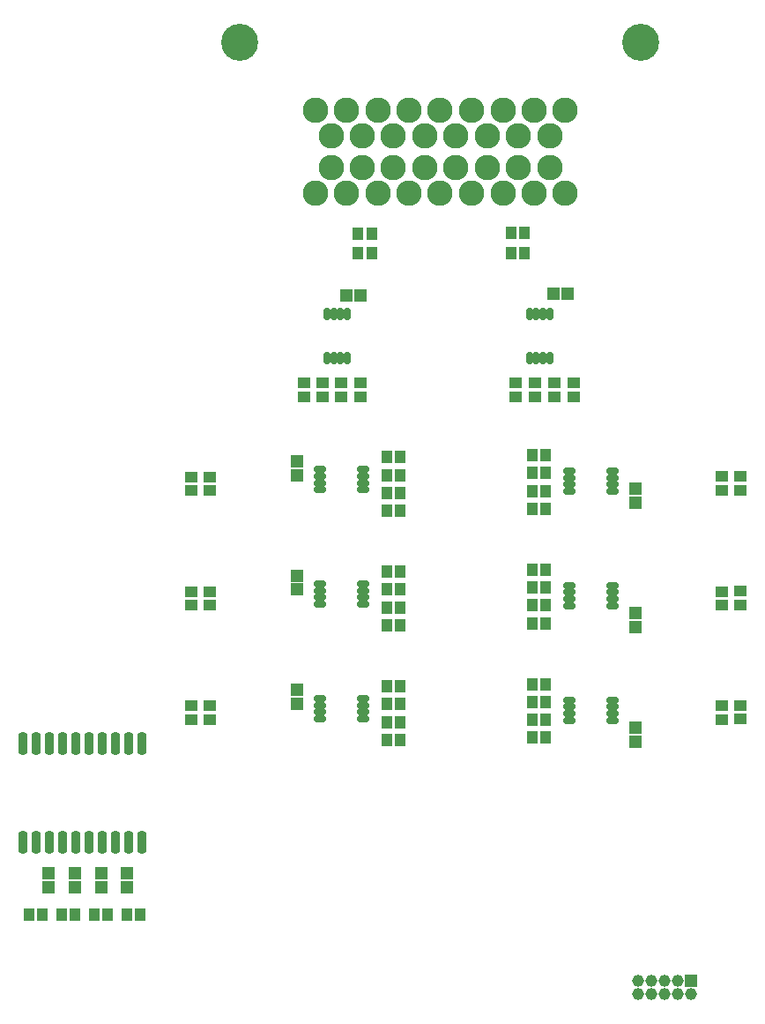
<source format=gbs>
%FSLAX23Y23*%
%MOIN*%
%SFA1B1*%

%IPPOS*%
%AMD32*
4,1,8,-0.005900,-0.042400,0.005900,-0.042400,0.016800,-0.031500,0.016800,0.031500,0.005900,0.042400,-0.005900,0.042400,-0.016800,0.031500,-0.016800,-0.031500,-0.005900,-0.042400,0.0*
1,1,0.021820,-0.005900,-0.031500*
1,1,0.021820,0.005900,-0.031500*
1,1,0.021820,0.005900,0.031500*
1,1,0.021820,-0.005900,0.031500*
%
%AMD65*
4,1,8,-0.022500,0.004100,-0.022500,-0.004100,-0.013400,-0.013300,0.013400,-0.013300,0.022500,-0.004100,0.022500,0.004100,0.013400,0.013300,-0.013400,0.013300,-0.022500,0.004100,0.0*
1,1,0.018260,-0.013400,0.004100*
1,1,0.018260,-0.013400,-0.004100*
1,1,0.018260,0.013400,-0.004100*
1,1,0.018260,0.013400,0.004100*
%
%AMD66*
4,1,8,-0.004100,-0.022500,0.004100,-0.022500,0.013300,-0.013400,0.013300,0.013400,0.004100,0.022500,-0.004100,0.022500,-0.013300,0.013400,-0.013300,-0.013400,-0.004100,-0.022500,0.0*
1,1,0.018260,-0.004100,-0.013400*
1,1,0.018260,0.004100,-0.013400*
1,1,0.018260,0.004100,0.013400*
1,1,0.018260,-0.004100,0.013400*
%
G04~CAMADD=32~8~0.0~0.0~336.2~848.0~109.1~0.0~15~0.0~0.0~0.0~0.0~0~0.0~0.0~0.0~0.0~0~0.0~0.0~0.0~180.0~336.0~848.0*
%ADD32D32*%
%ADD36R,0.047400X0.043470*%
%ADD37R,0.049370X0.045430*%
%ADD38R,0.045430X0.049370*%
%ADD39R,0.043470X0.047400*%
%ADD49C,0.139920*%
%ADD50C,0.096610*%
%ADD51C,0.045430*%
%ADD52R,0.045430X0.045430*%
G04~CAMADD=65~8~0.0~0.0~265.3~450.0~91.3~0.0~15~0.0~0.0~0.0~0.0~0~0.0~0.0~0.0~0.0~0~0.0~0.0~0.0~90.0~450.0~266.0*
%ADD65D65*%
G04~CAMADD=66~8~0.0~0.0~265.3~450.0~91.3~0.0~15~0.0~0.0~0.0~0.0~0~0.0~0.0~0.0~0.0~0~0.0~0.0~0.0~180.0~266.0~450.0*
%ADD66D66*%
%LNrev1_0-1*%
%LPD*%
G54D32*
X819Y735D03*
X769D03*
X719D03*
X669D03*
X619D03*
X569D03*
X519D03*
X469D03*
X419D03*
X369D03*
X819Y1109D03*
X769D03*
X719D03*
X669D03*
X619D03*
X569D03*
X519D03*
X469D03*
X419D03*
X369D03*
G54D36*
X3013Y1251D03*
Y1200D03*
X3084Y1201D03*
Y1252D03*
Y1634D03*
Y1685D03*
X3013Y1684D03*
Y1633D03*
Y2118D03*
Y2066D03*
X3084Y2067D03*
Y2118D03*
X2232Y2471D03*
Y2420D03*
X2306D03*
Y2471D03*
X2379D03*
Y2420D03*
X2453D03*
Y2471D03*
X1574Y2420D03*
Y2471D03*
X1503D03*
Y2420D03*
X1645Y2471D03*
Y2420D03*
X1076Y2066D03*
Y2117D03*
X1005Y2117D03*
Y2066D03*
Y1684D03*
Y1633D03*
X1076Y1633D03*
Y1684D03*
X1005Y1251D03*
Y1200D03*
X1076Y1251D03*
Y1200D03*
X1432Y2471D03*
Y2420D03*
G54D37*
X2687Y1168D03*
Y1115D03*
Y1601D03*
Y1548D03*
X1405Y2124D03*
Y2177D03*
Y1691D03*
Y1744D03*
Y1258D03*
Y1311D03*
X468Y620D03*
Y567D03*
X567Y620D03*
Y567D03*
X665Y620D03*
Y567D03*
X763Y620D03*
Y567D03*
X2687Y2019D03*
Y2072D03*
G54D38*
X2376Y2809D03*
X2429D03*
X1593Y2802D03*
X1646D03*
G54D39*
X2347Y1333D03*
X2296D03*
Y1266D03*
X2347D03*
Y1198D03*
X2296D03*
Y1131D03*
X2347D03*
Y1766D03*
X2296D03*
Y1699D03*
X2347D03*
Y1631D03*
X2296D03*
Y1564D03*
X2347D03*
X2296Y1997D03*
X2347D03*
Y2064D03*
X2296D03*
Y2132D03*
X2347D03*
Y2199D03*
X2296D03*
X2266Y3040D03*
X2215D03*
Y2962D03*
X2266D03*
X1689Y3035D03*
X1638D03*
X1638Y2963D03*
X1689D03*
X1746Y1989D03*
X1797D03*
Y2057D03*
X1746D03*
Y2124D03*
X1797D03*
Y2192D03*
X1746D03*
X1797Y1759D03*
X1746D03*
Y1691D03*
X1797D03*
Y1624D03*
X1746D03*
Y1556D03*
X1797D03*
X1746Y1123D03*
X1797D03*
Y1190D03*
X1746D03*
X1797Y1326D03*
X1746D03*
Y1258D03*
X1797D03*
X392Y463D03*
X444D03*
X516D03*
X567D03*
X639D03*
X690D03*
X762D03*
X813D03*
G54D49*
X1190Y3759D03*
X2706D03*
G54D50*
X2421Y3503D03*
X2303D03*
X2185D03*
X2066D03*
X1948D03*
X1830D03*
X1712D03*
X1594D03*
X1476D03*
X2362Y3405D03*
X2244D03*
X2125D03*
X2007D03*
X1889D03*
X1771D03*
X1653D03*
X1535D03*
X2362Y3287D03*
X2244D03*
X2125D03*
X2007D03*
X1889D03*
X1771D03*
X1653D03*
X1535D03*
X2421Y3188D03*
X2303D03*
X2185D03*
X2066D03*
X1948D03*
X1830D03*
X1712D03*
X1594D03*
X1476D03*
G54D51*
X2695Y214D03*
Y164D03*
X2745Y214D03*
Y164D03*
X2795Y214D03*
Y164D03*
X2845Y214D03*
Y164D03*
X2895D03*
G54D52*
X2895Y214D03*
G54D65*
X2601Y1273D03*
Y1248D03*
Y1222D03*
Y1197D03*
X2435Y1273D03*
Y1248D03*
Y1222D03*
Y1197D03*
X2601Y1706D03*
Y1681D03*
Y1655D03*
Y1630D03*
X2435Y1706D03*
Y1681D03*
Y1655D03*
Y1630D03*
X2601Y2140D03*
Y2114D03*
Y2088D03*
Y2063D03*
X2435Y2140D03*
Y2114D03*
Y2088D03*
Y2063D03*
X1492Y2068D03*
Y2094D03*
Y2119D03*
Y2145D03*
X1658Y2068D03*
Y2094D03*
Y2119D03*
Y2145D03*
X1492Y1635D03*
Y1661D03*
Y1686D03*
Y1712D03*
X1658Y1635D03*
Y1661D03*
Y1686D03*
Y1712D03*
X1492Y1202D03*
Y1228D03*
Y1253D03*
Y1279D03*
X1658Y1202D03*
Y1228D03*
Y1253D03*
Y1279D03*
G54D66*
X2285Y2731D03*
X2311D03*
X2337D03*
X2362D03*
X2285Y2565D03*
X2311D03*
X2337D03*
X2362D03*
X1596D03*
X1571D03*
X1545D03*
X1519D03*
X1596Y2731D03*
X1571D03*
X1545D03*
X1519D03*
M02*
</source>
